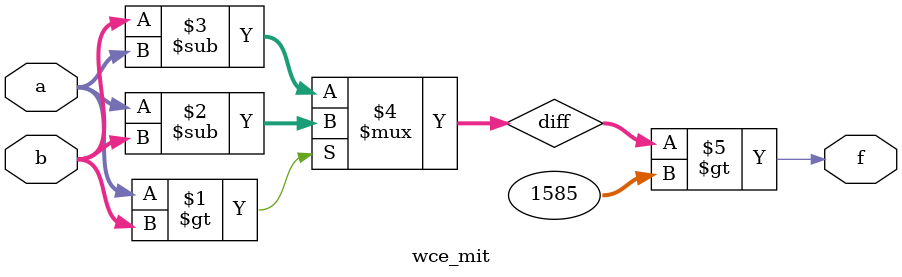
<source format=v>
module wce_mit(a, b, f);
parameter _bit = 16;
parameter wce = 1585;
input [_bit - 1: 0] a;
input [_bit - 1: 0] b;
output f;
wire [_bit - 1: 0] diff;
assign diff = (a > b)? (a - b): (b - a);
assign f = (diff > wce);
endmodule

</source>
